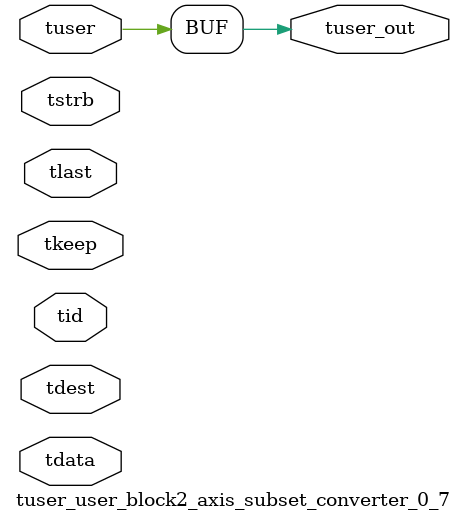
<source format=v>


`timescale 1ps/1ps

module tuser_user_block2_axis_subset_converter_0_7 #
(
parameter C_S_AXIS_TUSER_WIDTH = 1,
parameter C_S_AXIS_TDATA_WIDTH = 32,
parameter C_S_AXIS_TID_WIDTH   = 0,
parameter C_S_AXIS_TDEST_WIDTH = 0,
parameter C_M_AXIS_TUSER_WIDTH = 1
)
(
input  [(C_S_AXIS_TUSER_WIDTH == 0 ? 1 : C_S_AXIS_TUSER_WIDTH)-1:0     ] tuser,
input  [(C_S_AXIS_TDATA_WIDTH == 0 ? 1 : C_S_AXIS_TDATA_WIDTH)-1:0     ] tdata,
input  [(C_S_AXIS_TID_WIDTH   == 0 ? 1 : C_S_AXIS_TID_WIDTH)-1:0       ] tid,
input  [(C_S_AXIS_TDEST_WIDTH == 0 ? 1 : C_S_AXIS_TDEST_WIDTH)-1:0     ] tdest,
input  [(C_S_AXIS_TDATA_WIDTH/8)-1:0 ] tkeep,
input  [(C_S_AXIS_TDATA_WIDTH/8)-1:0 ] tstrb,
input                                                                    tlast,
output [C_M_AXIS_TUSER_WIDTH-1:0] tuser_out
);

assign tuser_out = {tuser[127:0]};

endmodule


</source>
